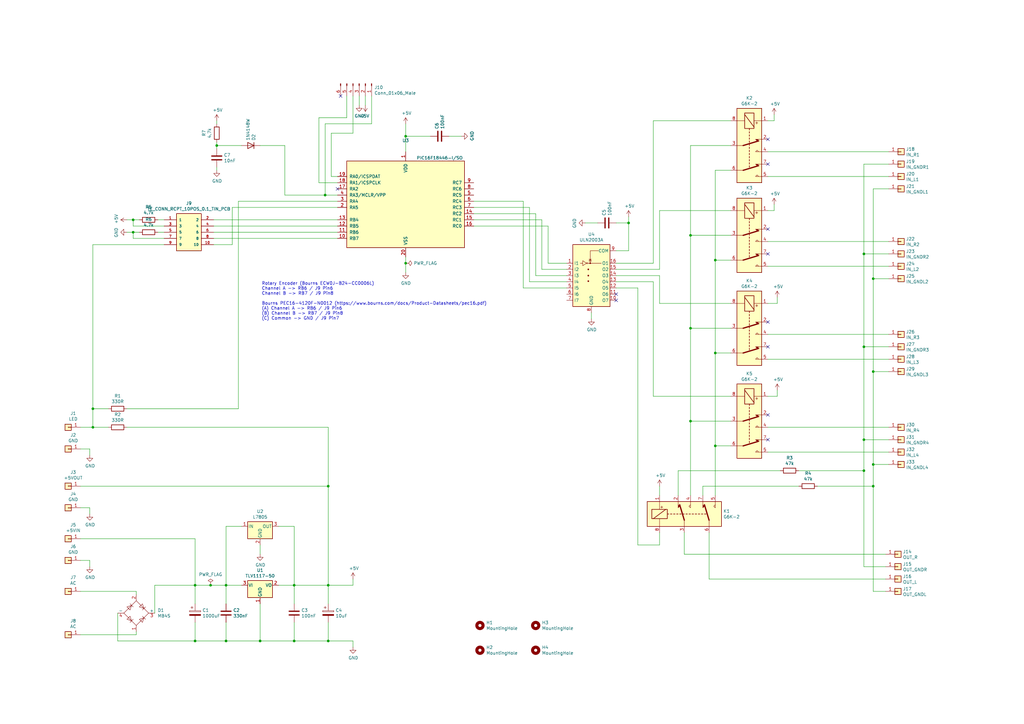
<source format=kicad_sch>
(kicad_sch (version 20211123) (generator eeschema)
  (paper "A3")
  (title_block (title "Audio Input Selector V2b") (date "2021-05-07") (rev "2b") (comment 1 "https://github.com/schenkmi/electronic-projects"))
  (lib_symbols
    (symbol "Connector:Conn_01x06_Male" (pin_names (offset 1.016) hide)
      (property "Reference" "J" (at 0 7.62 0))
      (property "Value" "Conn_01x06_Male" (at 0 -10.16 0))
      (symbol "Conn_01x06_Male_1_1"
        (polyline (pts (xy 1.27 -7.62) (xy 0.8636 -7.62)) (stroke (width 0.1524)))
        (polyline (pts (xy 1.27 -5.08) (xy 0.8636 -5.08)) (stroke (width 0.1524)))
        (polyline (pts (xy 1.27 -2.54) (xy 0.8636 -2.54)) (stroke (width 0.1524)))
        (polyline (pts (xy 1.27 0) (xy 0.8636 0)) (stroke (width 0.1524)))
        (polyline (pts (xy 1.27 2.54) (xy 0.8636 2.54)) (stroke (width 0.1524)))
        (polyline (pts (xy 1.27 5.08) (xy 0.8636 5.08)) (stroke (width 0.1524)))
        (rectangle (start 0.8636 -7.493) (end 0 -7.747) (stroke (width 0.1524)) (fill (type outline)))
        (rectangle (start 0.8636 -4.953) (end 0 -5.207) (stroke (width 0.1524)) (fill (type outline)))
        (rectangle (start 0.8636 -2.413) (end 0 -2.667) (stroke (width 0.1524)) (fill (type outline)))
        (rectangle (start 0.8636 0.127) (end 0 -0.127) (stroke (width 0.1524)) (fill (type outline)))
        (rectangle (start 0.8636 2.667) (end 0 2.413) (stroke (width 0.1524)) (fill (type outline)))
        (rectangle (start 0.8636 5.207) (end 0 4.953) (stroke (width 0.1524)) (fill (type outline)))
        (pin passive line (at 5.08 5.08 180) (length 3.81) (name "Pin_1") (number "1"))
        (pin passive line (at 5.08 2.54 180) (length 3.81) (name "Pin_2") (number "2"))
        (pin passive line (at 5.08 0 180) (length 3.81) (name "Pin_3") (number "3"))
        (pin passive line (at 5.08 -2.54 180) (length 3.81) (name "Pin_4") (number "4"))
        (pin passive line (at 5.08 -5.08 180) (length 3.81) (name "Pin_5") (number "5"))
        (pin passive line (at 5.08 -7.62 180) (length 3.81) (name "Pin_6") (number "6"))
      )
    )
    (symbol "Connector_Generic:Conn_01x01" (pin_names (offset 1.016) hide)
      (property "Reference" "J" (at 0 2.54 0))
      (property "Value" "Conn_01x01" (at 0 -2.54 0))
      (symbol "Conn_01x01_1_1"
        (rectangle (start -1.27 0.127) (end 0 -0.127) (stroke (width 0.1524)))
        (rectangle (start -1.27 1.27) (end 1.27 -1.27) (stroke (width 0.254)) (fill (type background)))
        (pin passive line (at -5.08 0 0) (length 3.81) (name "Pin_1") (number "1"))
      )
    )
    (symbol "Device:C" (pin_numbers hide) (pin_names (offset 0.254))
      (property "Reference" "C" (at 0.635 2.54 0))
      (property "Value" "C" (at 0.635 -2.54 0))
      (symbol "C_0_1"
        (polyline (pts (xy -2.032 -0.762) (xy 2.032 -0.762)) (stroke (width 0.508)))
        (polyline (pts (xy -2.032 0.762) (xy 2.032 0.762)) (stroke (width 0.508)))
      )
      (symbol "C_1_1"
        (pin passive line (at 0 3.81 270) (length 2.794) (name "~") (number "1"))
        (pin passive line (at 0 -3.81 90) (length 2.794) (name "~") (number "2"))
      )
    )
    (symbol "Device:R" (pin_numbers hide) (pin_names (offset 0))
      (property "Reference" "R" (at 2.032 0 90))
      (property "Value" "R" (at 0 0 90))
      (symbol "R_0_1"
        (rectangle (start -1.016 -2.54) (end 1.016 2.54) (stroke (width 0.254)))
      )
      (symbol "R_1_1"
        (pin passive line (at 0 3.81 270) (length 1.27) (name "~") (number "1"))
        (pin passive line (at 0 -3.81 90) (length 1.27) (name "~") (number "2"))
      )
    )
    (symbol "Diode:1N4148W" (pin_numbers hide) (pin_names (offset 1.016) hide)
      (property "Reference" "D" (at 0 2.54 0))
      (property "Value" "1N4148W" (at 0 -2.54 0))
      (symbol "1N4148W_0_1"
        (polyline (pts (xy -1.27 1.27) (xy -1.27 -1.27)) (stroke (width 0.254)))
        (polyline (pts (xy 1.27 0) (xy -1.27 0)))
        (polyline (pts (xy 1.27 1.27) (xy 1.27 -1.27) (xy -1.27 0) (xy 1.27 1.27)) (stroke (width 0.254)))
      )
      (symbol "1N4148W_1_1"
        (pin passive line (at -3.81 0 0) (length 2.54) (name "K") (number "1"))
        (pin passive line (at 3.81 0 180) (length 2.54) (name "A") (number "2"))
      )
    )
    (symbol "Diode_Bridge:MB4S" (pin_names (offset 0))
      (property "Reference" "D" (at 2.54 6.985 0))
      (property "Value" "MB4S" (at 2.54 5.08 0))
      (symbol "MB4S_0_1"
        (polyline (pts (xy -2.54 3.81) (xy -1.27 2.54)))
        (polyline (pts (xy -1.27 -2.54) (xy -2.54 -3.81)))
        (polyline (pts (xy 2.54 -1.27) (xy 3.81 -2.54)))
        (polyline (pts (xy 2.54 1.27) (xy 3.81 2.54)))
        (polyline (pts (xy -3.81 2.54) (xy -2.54 1.27) (xy -1.905 3.175) (xy -3.81 2.54)))
        (polyline (pts (xy -2.54 -1.27) (xy -3.81 -2.54) (xy -1.905 -3.175) (xy -2.54 -1.27)))
        (polyline (pts (xy 1.27 2.54) (xy 2.54 3.81) (xy 3.175 1.905) (xy 1.27 2.54)))
        (polyline (pts (xy 3.175 -1.905) (xy 1.27 -2.54) (xy 2.54 -3.81) (xy 3.175 -1.905)))
        (polyline (pts (xy -5.08 0) (xy 0 -5.08) (xy 5.08 0) (xy 0 5.08) (xy -5.08 0)))
      )
      (symbol "MB4S_1_1"
        (pin passive line (at 0 -7.62 90) (length 2.54) (name "~") (number "1"))
        (pin passive line (at 0 7.62 270) (length 2.54) (name "~") (number "2"))
        (pin passive line (at 7.62 0 180) (length 2.54) (name "+") (number "3"))
        (pin passive line (at -7.62 0 0) (length 2.54) (name "-") (number "4"))
      )
    )
    (symbol "MCU_Microchip_PIC16:PIC16F1829-IP" (pin_names (offset 1.016))
      (property "Reference" "U" (at -24.13 22.86 0))
      (property "Value" "PIC16F1829-IP" (at -24.13 20.32 0))
      (symbol "PIC16F1829-IP_0_1"
        (rectangle (start -24.13 19.05) (end 24.13 -16.51) (stroke (width 0.254)) (fill (type background)))
      )
      (symbol "PIC16F1829-IP_1_1"
        (pin power_in line (at 0 22.86 270) (length 3.81) (name "VDD") (number "1"))
        (pin bidirectional line (at -27.94 -12.7 0) (length 3.81) (name "RB7") (number "10"))
        (pin bidirectional line (at -27.94 -10.16 0) (length 3.81) (name "RB6") (number "11"))
        (pin bidirectional line (at -27.94 -7.62 0) (length 3.81) (name "RB5") (number "12"))
        (pin bidirectional line (at -27.94 -5.08 0) (length 3.81) (name "RB4") (number "13"))
        (pin bidirectional line (at 27.94 -2.54 180) (length 3.81) (name "RC2") (number "14"))
        (pin bidirectional line (at 27.94 -5.08 180) (length 3.81) (name "RC1") (number "15"))
        (pin bidirectional line (at 27.94 -7.62 180) (length 3.81) (name "RC0") (number "16"))
        (pin bidirectional line (at -27.94 7.62 0) (length 3.81) (name "RA2") (number "17"))
        (pin bidirectional line (at -27.94 10.16 0) (length 3.81) (name "RA1/ICSPCLK") (number "18"))
        (pin bidirectional line (at -27.94 12.7 0) (length 3.81) (name "RA0/ICSPDAT") (number "19"))
        (pin bidirectional line (at -27.94 0 0) (length 3.81) (name "RA5") (number "2"))
        (pin power_in line (at 0 -20.32 90) (length 3.81) (name "VSS") (number "20"))
        (pin bidirectional line (at -27.94 2.54 0) (length 3.81) (name "RA4") (number "3"))
        (pin bidirectional line (at -27.94 5.08 0) (length 3.81) (name "RA3/MCLR/VPP") (number "4"))
        (pin bidirectional line (at 27.94 5.08 180) (length 3.81) (name "RC5") (number "5"))
        (pin bidirectional line (at 27.94 2.54 180) (length 3.81) (name "RC4") (number "6"))
        (pin bidirectional line (at 27.94 0 180) (length 3.81) (name "RC3") (number "7"))
        (pin bidirectional line (at 27.94 7.62 180) (length 3.81) (name "RC6") (number "8"))
        (pin bidirectional line (at 27.94 10.16 180) (length 3.81) (name "RC7") (number "9"))
      )
    )
    (symbol "Mechanical:MountingHole" (pin_names (offset 1.016))
      (property "Reference" "H" (at 0 5.08 0))
      (property "Value" "MountingHole" (at 0 3.175 0))
      (symbol "MountingHole_0_1"
        (circle (center 0 0) (radius 1.27) (stroke (width 1.27)))
      )
    )
    (symbol "Regulator_Linear:L7805" (pin_names (offset 0.254))
      (property "Reference" "U" (at -3.81 3.175 0))
      (property "Value" "L7805" (at 0 3.175 0))
      (symbol "L7805_0_1"
        (rectangle (start -5.08 1.905) (end 5.08 -5.08) (stroke (width 0.254)) (fill (type background)))
      )
      (symbol "L7805_1_1"
        (pin power_in line (at -7.62 0 0) (length 2.54) (name "IN") (number "1"))
        (pin power_in line (at 0 -7.62 90) (length 2.54) (name "GND") (number "2"))
        (pin power_out line (at 7.62 0 180) (length 2.54) (name "OUT") (number "3"))
      )
    )
    (symbol "Regulator_Linear:TLV1117-50" (pin_names (offset 0.254))
      (property "Reference" "U" (at -3.81 3.175 0))
      (property "Value" "TLV1117-50" (at 0 3.175 0))
      (symbol "TLV1117-50_0_1"
        (rectangle (start -5.08 -5.08) (end 5.08 1.905) (stroke (width 0.254)) (fill (type background)))
      )
      (symbol "TLV1117-50_1_1"
        (pin power_in line (at 0 -7.62 90) (length 2.54) (name "GND") (number "1"))
        (pin power_out line (at 7.62 0 180) (length 2.54) (name "VO") (number "2"))
        (pin power_in line (at -7.62 0 0) (length 2.54) (name "VI") (number "3"))
      )
    )
    (symbol "Relay:G6K-2"
      (property "Reference" "K" (at 16.51 3.81 0))
      (property "Value" "G6K-2" (at 16.51 1.27 0))
      (symbol "G6K-2_0_0"
        (text "+" (at -9.271 2.921 0) (effects (font (size 1.27 1.27))))
      )
      (symbol "G6K-2_0_1"
        (rectangle (start -15.24 5.08) (end 15.24 -5.08) (stroke (width 0.254)) (fill (type background)))
        (rectangle (start -13.335 1.905) (end -6.985 -1.905) (stroke (width 0.254)))
        (polyline (pts (xy -12.7 -1.905) (xy -7.62 1.905)) (stroke (width 0.254)))
        (polyline (pts (xy -10.16 -5.08) (xy -10.16 -1.905)))
        (polyline (pts (xy -10.16 5.08) (xy -10.16 1.905)))
        (polyline (pts (xy -6.985 0) (xy -6.35 0)) (stroke (width 0.254)))
        (polyline (pts (xy -5.715 0) (xy -5.08 0)) (stroke (width 0.254)))
        (polyline (pts (xy -4.445 0) (xy -3.81 0)) (stroke (width 0.254)))
        (polyline (pts (xy -3.175 0) (xy -2.54 0)) (stroke (width 0.254)))
        (polyline (pts (xy -1.905 0) (xy -1.27 0)) (stroke (width 0.254)))
        (polyline (pts (xy -0.635 0) (xy 0 0)) (stroke (width 0.254)))
        (polyline (pts (xy 0 -2.54) (xy -1.905 3.81)) (stroke (width 0.508)))
        (polyline (pts (xy 0 -2.54) (xy 0 -5.08)))
        (polyline (pts (xy 0.635 0) (xy 1.27 0)) (stroke (width 0.254)))
        (polyline (pts (xy 1.905 0) (xy 2.54 0)) (stroke (width 0.254)))
        (polyline (pts (xy 3.175 0) (xy 3.81 0)) (stroke (width 0.254)))
        (polyline (pts (xy 4.445 0) (xy 5.08 0)) (stroke (width 0.254)))
        (polyline (pts (xy 5.715 0) (xy 6.35 0)) (stroke (width 0.254)))
        (polyline (pts (xy 6.985 0) (xy 7.62 0)) (stroke (width 0.254)))
        (polyline (pts (xy 8.255 0) (xy 8.89 0)) (stroke (width 0.254)))
        (polyline (pts (xy 10.16 -2.54) (xy 8.255 3.81)) (stroke (width 0.508)))
        (polyline (pts (xy 10.16 -2.54) (xy 10.16 -5.08)))
        (polyline (pts (xy -2.54 5.08) (xy -2.54 2.54) (xy -1.905 3.175) (xy -2.54 3.81)) (fill (type outline)))
        (polyline (pts (xy 2.54 5.08) (xy 2.54 2.54) (xy 1.905 3.175) (xy 2.54 3.81)))
        (polyline (pts (xy 7.62 5.08) (xy 7.62 2.54) (xy 8.255 3.175) (xy 7.62 3.81)) (fill (type outline)))
        (polyline (pts (xy 12.7 5.08) (xy 12.7 2.54) (xy 12.065 3.175) (xy 12.7 3.81)))
      )
      (symbol "G6K-2_1_1"
        (pin passive line (at -10.16 7.62 270) (length 2.54) (name "~") (number "1"))
        (pin passive line (at -2.54 7.62 270) (length 2.54) (name "~") (number "2"))
        (pin passive line (at 0 -7.62 90) (length 2.54) (name "~") (number "3"))
        (pin passive line (at 2.54 7.62 270) (length 2.54) (name "~") (number "4"))
        (pin passive line (at 12.7 7.62 270) (length 2.54) (name "~") (number "5"))
        (pin passive line (at 10.16 -7.62 90) (length 2.54) (name "~") (number "6"))
        (pin passive line (at 7.62 7.62 270) (length 2.54) (name "~") (number "7"))
        (pin passive line (at -10.16 -7.62 90) (length 2.54) (name "~") (number "8"))
      )
    )
    (symbol "Transistor_Array:ULN2003A"
      (property "Reference" "U" (at 0 15.875 0))
      (property "Value" "ULN2003A" (at 0 13.97 0))
      (symbol "ULN2003A_0_1"
        (rectangle (start -7.62 -12.7) (end 7.62 12.7) (stroke (width 0.254)) (fill (type background)))
        (circle (center -1.778 5.08) (radius 0.254))
        (circle (center -1.27 -2.286) (radius 0.254) (fill (type outline)))
        (circle (center -1.27 0) (radius 0.254) (fill (type outline)))
        (circle (center -1.27 2.54) (radius 0.254) (fill (type outline)))
        (circle (center -0.508 5.08) (radius 0.254) (fill (type outline)))
        (polyline (pts (xy -4.572 5.08) (xy -3.556 5.08)))
        (polyline (pts (xy -1.524 5.08) (xy 4.064 5.08)))
        (polyline (pts (xy 0 6.731) (xy -1.016 6.731)))
        (polyline (pts (xy -0.508 5.08) (xy -0.508 10.16) (xy 2.921 10.16)))
        (polyline (pts (xy -3.556 6.096) (xy -3.556 4.064) (xy -2.032 5.08) (xy -3.556 6.096)))
        (polyline (pts (xy 0 5.969) (xy -1.016 5.969) (xy -0.508 6.731) (xy 0 5.969)))
      )
      (symbol "ULN2003A_1_1"
        (pin input line (at -10.16 5.08 0) (length 2.54) (name "I1") (number "1"))
        (pin open_collector line (at 10.16 -10.16 180) (length 2.54) (name "O7") (number "10"))
        (pin open_collector line (at 10.16 -7.62 180) (length 2.54) (name "O6") (number "11"))
        (pin open_collector line (at 10.16 -5.08 180) (length 2.54) (name "O5") (number "12"))
        (pin open_collector line (at 10.16 -2.54 180) (length 2.54) (name "O4") (number "13"))
        (pin open_collector line (at 10.16 0 180) (length 2.54) (name "O3") (number "14"))
        (pin open_collector line (at 10.16 2.54 180) (length 2.54) (name "O2") (number "15"))
        (pin open_collector line (at 10.16 5.08 180) (length 2.54) (name "O1") (number "16"))
        (pin input line (at -10.16 2.54 0) (length 2.54) (name "I2") (number "2"))
        (pin input line (at -10.16 0 0) (length 2.54) (name "I3") (number "3"))
        (pin input line (at -10.16 -2.54 0) (length 2.54) (name "I4") (number "4"))
        (pin input line (at -10.16 -5.08 0) (length 2.54) (name "I5") (number "5"))
        (pin input line (at -10.16 -7.62 0) (length 2.54) (name "I6") (number "6"))
        (pin input line (at -10.16 -10.16 0) (length 2.54) (name "I7") (number "7"))
        (pin power_in line (at 0 -15.24 90) (length 2.54) (name "GND") (number "8"))
        (pin passive line (at 10.16 10.16 180) (length 2.54) (name "COM") (number "9"))
      )
    )
    (symbol "input-sel-rescue:CP-Device" (pin_numbers hide) (pin_names (offset 0.254))
      (property "Reference" "C" (at 0.635 2.54 0))
      (property "Value" "CP-Device" (at 0.635 -2.54 0))
      (symbol "CP-Device_0_1"
        (rectangle (start -2.286 0.508) (end 2.286 1.016))
        (polyline (pts (xy -1.778 2.286) (xy -0.762 2.286)))
        (polyline (pts (xy -1.27 2.794) (xy -1.27 1.778)))
        (rectangle (start 2.286 -0.508) (end -2.286 -1.016) (fill (type outline)))
      )
      (symbol "CP-Device_1_1"
        (pin passive line (at 0 3.81 270) (length 2.794) (name "~") (number "1"))
        (pin passive line (at 0 -3.81 90) (length 2.794) (name "~") (number "2"))
      )
    )
    (symbol "kicad-snk:TE_CONN_RCPT_10POS_0.1_TIN_PCB" (pin_names (offset 1.016))
      (property "Reference" "J" (at -5.08 8.255 0))
      (property "Value" "TE_CONN_RCPT_10POS_0.1_TIN_PCB" (at -5.08 -10.1854 0))
      (symbol "TE_CONN_RCPT_10POS_0.1_TIN_PCB_0_0"
        (rectangle (start -5.08 -7.62) (end 5.08 7.62) (stroke (width 0.254)) (fill (type background)))
        (pin passive line (at -10.16 5.08 0) (length 5.08) (name "1") (number "1"))
        (pin passive line (at 10.16 -5.08 180) (length 5.08) (name "10") (number "10"))
        (pin passive line (at 10.16 5.08 180) (length 5.08) (name "2") (number "2"))
        (pin passive line (at -10.16 2.54 0) (length 5.08) (name "3") (number "3"))
        (pin passive line (at 10.16 2.54 180) (length 5.08) (name "4") (number "4"))
        (pin passive line (at -10.16 0 0) (length 5.08) (name "5") (number "5"))
        (pin passive line (at 10.16 0 180) (length 5.08) (name "6") (number "6"))
        (pin passive line (at -10.16 -2.54 0) (length 5.08) (name "7") (number "7"))
        (pin passive line (at 10.16 -2.54 180) (length 5.08) (name "8") (number "8"))
        (pin passive line (at -10.16 -5.08 0) (length 5.08) (name "9") (number "9"))
      )
    )
    (symbol "power:+5V" (power) (pin_names (offset 0))
      (property "Value" "+5V" (at 0 3.556 0))
      (symbol "+5V_0_1"
        (polyline (pts (xy -0.762 1.27) (xy 0 2.54)))
        (polyline (pts (xy 0 0) (xy 0 2.54)))
        (polyline (pts (xy 0 2.54) (xy 0.762 1.27)))
      )
      (symbol "+5V_1_1"
        (pin power_in line (at 0 0 90) (length 0) hide (name "+5V") (number "1"))
      )
    )
    (symbol "power:GND" (power) (pin_names (offset 0))
      (property "Value" "GND" (at 0 -3.81 0))
      (symbol "GND_0_1"
        (polyline (pts (xy 0 0) (xy 0 -1.27) (xy 1.27 -1.27) (xy 0 -2.54) (xy -1.27 -1.27) (xy 0 -1.27)))
      )
      (symbol "GND_1_1"
        (pin power_in line (at 0 0 270) (length 0) hide (name "GND") (number "1"))
      )
    )
    (symbol "power:PWR_FLAG" (power) (pin_numbers hide) (pin_names (offset 0) hide)
      (property "Value" "PWR_FLAG" (at 0 3.81 0))
      (symbol "PWR_FLAG_0_0"
        (pin power_out line (at 0 0 90) (length 0) (name "pwr") (number "1"))
      )
      (symbol "PWR_FLAG_0_1"
        (polyline (pts (xy 0 0) (xy 0 1.27) (xy -1.016 1.905) (xy 0 2.54) (xy 1.016 1.905) (xy 0 1.27)))
      )
    )
  )
  (junction (at 86.36 240.03))
  (junction (at 120.65 262.89))
  (junction (at 354.33 193.04))
  (junction (at 293.37 182.88))
  (junction (at 166.37 107.95))
  (junction (at 358.14 190.5))
  (junction (at 38.1 167.64))
  (junction (at 354.33 180.34))
  (junction (at 358.14 199.39))
  (junction (at 88.9 59.69))
  (junction (at 38.1 175.26))
  (junction (at 80.01 240.03))
  (junction (at 134.62 240.03))
  (junction (at 133.35 80.01))
  (junction (at 120.65 240.03))
  (junction (at 80.01 262.89))
  (junction (at 92.71 262.89))
  (junction (at 134.62 199.39))
  (junction (at 283.21 96.52))
  (junction (at 354.33 104.14))
  (junction (at 166.37 55.88))
  (junction (at 358.14 152.4))
  (junction (at 283.21 134.62))
  (junction (at 92.71 240.03))
  (junction (at 293.37 106.68))
  (junction (at 283.21 172.72))
  (junction (at 293.37 144.78))
  (junction (at 134.62 262.89))
  (junction (at 257.81 91.44))
  (junction (at 54.61 95.25))
  (junction (at 106.68 262.89))
  (junction (at 354.33 142.24))
  (junction (at 54.61 90.17))
  (junction (at 358.14 114.3))
  (no_connect (at 252.73 123.19))
  (no_connect (at 314.96 142.24))
  (no_connect (at 139.7 39.37))
  (no_connect (at 314.96 180.34))
  (no_connect (at 252.73 120.65))
  (no_connect (at 314.96 57.15))
  (no_connect (at 314.96 67.31))
  (no_connect (at 314.96 93.98))
  (no_connect (at 314.96 104.14))
  (no_connect (at 314.96 170.18))
  (no_connect (at 314.96 132.08))
  (no_connect (at 138.43 77.47))
  (wire (pts (xy 97.79 167.64) (xy 52.07 167.64)))
  (wire (pts (xy 252.73 115.57) (xy 267.97 115.57)))
  (wire (pts (xy 222.25 110.49) (xy 222.25 90.17)))
  (wire (pts (xy 252.73 113.03) (xy 270.51 113.03)))
  (wire (pts (xy 138.43 97.79) (xy 87.63 97.79)))
  (wire (pts (xy 327.66 199.39) (xy 288.29 199.39)))
  (wire (pts (xy 317.5 86.36) (xy 317.5 83.82)))
  (wire (pts (xy 283.21 134.62) (xy 283.21 96.52)))
  (wire (pts (xy 267.97 107.95) (xy 267.97 49.53)))
  (wire (pts (xy 354.33 104.14) (xy 354.33 142.24)))
  (wire (pts (xy 55.88 242.57) (xy 55.88 243.84)))
  (wire (pts (xy 270.51 203.2) (xy 270.51 199.39)))
  (wire (pts (xy 358.14 114.3) (xy 358.14 77.47)))
  (wire (pts (xy 38.1 100.33) (xy 67.31 100.33)))
  (wire (pts (xy 54.61 92.71) (xy 54.61 90.17)))
  (wire (pts (xy 67.31 92.71) (xy 54.61 92.71)))
  (wire (pts (xy 88.9 60.96) (xy 88.9 59.69)))
  (wire (pts (xy 364.49 147.32) (xy 314.96 147.32)))
  (wire (pts (xy 358.14 152.4) (xy 364.49 152.4)))
  (wire (pts (xy 267.97 115.57) (xy 267.97 162.56)))
  (wire (pts (xy 217.17 85.09) (xy 194.31 85.09)))
  (wire (pts (xy 106.68 262.89) (xy 92.71 262.89)))
  (wire (pts (xy 283.21 59.69) (xy 299.72 59.69)))
  (wire (pts (xy 134.62 262.89) (xy 120.65 262.89)))
  (wire (pts (xy 283.21 172.72) (xy 283.21 203.2)))
  (wire (pts (xy 120.65 240.03) (xy 120.65 215.9)))
  (wire (pts (xy 293.37 182.88) (xy 293.37 144.78)))
  (wire (pts (xy 116.84 59.69) (xy 106.68 59.69)))
  (wire (pts (xy 92.71 215.9) (xy 92.71 240.03)))
  (wire (pts (xy 92.71 247.65) (xy 92.71 240.03)))
  (wire (pts (xy 176.53 55.88) (xy 166.37 55.88)))
  (wire (pts (xy 293.37 106.68) (xy 293.37 69.85)))
  (wire (pts (xy 252.73 102.87) (xy 257.81 102.87)))
  (wire (pts (xy 166.37 107.95) (xy 166.37 105.41)))
  (wire (pts (xy 114.3 240.03) (xy 120.65 240.03)))
  (wire (pts (xy 64.77 90.17) (xy 67.31 90.17)))
  (wire (pts (xy 106.68 247.65) (xy 106.68 262.89)))
  (wire (pts (xy 134.62 175.26) (xy 134.62 199.39)))
  (wire (pts (xy 232.41 110.49) (xy 222.25 110.49)))
  (wire (pts (xy 283.21 134.62) (xy 299.72 134.62)))
  (wire (pts (xy 363.22 237.49) (xy 290.83 237.49)))
  (wire (pts (xy 358.14 190.5) (xy 358.14 199.39)))
  (wire (pts (xy 92.71 240.03) (xy 99.06 240.03)))
  (wire (pts (xy 224.79 92.71) (xy 194.31 92.71)))
  (wire (pts (xy 257.81 91.44) (xy 257.81 102.87)))
  (wire (pts (xy 138.43 90.17) (xy 87.63 90.17)))
  (wire (pts (xy 95.25 85.09) (xy 95.25 100.33)))
  (wire (pts (xy 358.14 190.5) (xy 358.14 152.4)))
  (wire (pts (xy 232.41 113.03) (xy 219.71 113.03)))
  (wire (pts (xy 290.83 237.49) (xy 290.83 218.44)))
  (wire (pts (xy 54.61 90.17) (xy 57.15 90.17)))
  (wire (pts (xy 36.83 232.41) (xy 36.83 229.87)))
  (wire (pts (xy 252.73 107.95) (xy 267.97 107.95)))
  (wire (pts (xy 364.49 175.26) (xy 314.96 175.26)))
  (wire (pts (xy 364.49 185.42) (xy 314.96 185.42)))
  (wire (pts (xy 280.67 227.33) (xy 280.67 218.44)))
  (wire (pts (xy 184.15 55.88) (xy 189.23 55.88)))
  (wire (pts (xy 144.78 240.03) (xy 134.62 240.03)))
  (wire (pts (xy 320.04 193.04) (xy 278.13 193.04)))
  (wire (pts (xy 138.43 72.39) (xy 135.89 72.39)))
  (wire (pts (xy 358.14 152.4) (xy 358.14 114.3)))
  (wire (pts (xy 133.35 80.01) (xy 116.84 80.01)))
  (wire (pts (xy 63.5 240.03) (xy 63.5 251.46)))
  (wire (pts (xy 87.63 92.71) (xy 138.43 92.71)))
  (wire (pts (xy 138.43 82.55) (xy 97.79 82.55)))
  (wire (pts (xy 67.31 95.25) (xy 64.77 95.25)))
  (wire (pts (xy 288.29 199.39) (xy 288.29 203.2)))
  (wire (pts (xy 270.51 124.46) (xy 299.72 124.46)))
  (wire (pts (xy 134.62 255.27) (xy 134.62 262.89)))
  (wire (pts (xy 92.71 240.03) (xy 86.36 240.03)))
  (wire (pts (xy 358.14 199.39) (xy 358.14 242.57)))
  (wire (pts (xy 222.25 90.17) (xy 194.31 90.17)))
  (wire (pts (xy 214.63 118.11) (xy 214.63 82.55)))
  (wire (pts (xy 232.41 115.57) (xy 217.17 115.57)))
  (wire (pts (xy 232.41 107.95) (xy 224.79 107.95)))
  (wire (pts (xy 364.49 109.22) (xy 314.96 109.22)))
  (wire (pts (xy 116.84 80.01) (xy 116.84 59.69)))
  (wire (pts (xy 67.31 97.79) (xy 54.61 97.79)))
  (wire (pts (xy 147.32 43.18) (xy 147.32 39.37)))
  (wire (pts (xy 261.62 118.11) (xy 252.73 118.11)))
  (wire (pts (xy 299.72 182.88) (xy 293.37 182.88)))
  (wire (pts (xy 364.49 67.31) (xy 354.33 67.31)))
  (wire (pts (xy 133.35 80.01) (xy 133.35 50.8)))
  (wire (pts (xy 261.62 223.52) (xy 261.62 118.11)))
  (wire (pts (xy 252.73 91.44) (xy 257.81 91.44)))
  (wire (pts (xy 80.01 247.65) (xy 80.01 240.03)))
  (wire (pts (xy 152.4 50.8) (xy 152.4 39.37)))
  (wire (pts (xy 364.49 190.5) (xy 358.14 190.5)))
  (wire (pts (xy 364.49 72.39) (xy 314.96 72.39)))
  (wire (pts (xy 33.02 242.57) (xy 55.88 242.57)))
  (wire (pts (xy 36.83 229.87) (xy 33.02 229.87)))
  (wire (pts (xy 135.89 54.61) (xy 144.78 54.61)))
  (wire (pts (xy 38.1 167.64) (xy 38.1 175.26)))
  (wire (pts (xy 144.78 262.89) (xy 134.62 262.89)))
  (wire (pts (xy 314.96 86.36) (xy 317.5 86.36)))
  (wire (pts (xy 217.17 115.57) (xy 217.17 85.09)))
  (wire (pts (xy 134.62 199.39) (xy 33.02 199.39)))
  (wire (pts (xy 354.33 67.31) (xy 354.33 104.14)))
  (wire (pts (xy 38.1 175.26) (xy 44.45 175.26)))
  (wire (pts (xy 106.68 227.33) (xy 106.68 223.52)))
  (wire (pts (xy 232.41 118.11) (xy 214.63 118.11)))
  (wire (pts (xy 364.49 137.16) (xy 314.96 137.16)))
  (wire (pts (xy 33.02 175.26) (xy 38.1 175.26)))
  (wire (pts (xy 38.1 167.64) (xy 38.1 100.33)))
  (wire (pts (xy 134.62 247.65) (xy 134.62 240.03)))
  (wire (pts (xy 130.81 74.93) (xy 130.81 48.26)))
  (wire (pts (xy 166.37 111.76) (xy 166.37 107.95)))
  (wire (pts (xy 134.62 240.03) (xy 120.65 240.03)))
  (wire (pts (xy 36.83 186.69) (xy 36.83 184.15)))
  (wire (pts (xy 363.22 227.33) (xy 280.67 227.33)))
  (wire (pts (xy 335.28 199.39) (xy 358.14 199.39)))
  (wire (pts (xy 354.33 193.04) (xy 354.33 232.41)))
  (wire (pts (xy 138.43 85.09) (xy 95.25 85.09)))
  (wire (pts (xy 92.71 255.27) (xy 92.71 262.89)))
  (wire (pts (xy 97.79 82.55) (xy 97.79 167.64)))
  (wire (pts (xy 57.15 95.25) (xy 54.61 95.25)))
  (wire (pts (xy 142.24 48.26) (xy 142.24 39.37)))
  (wire (pts (xy 318.77 124.46) (xy 318.77 121.92)))
  (wire (pts (xy 135.89 72.39) (xy 135.89 54.61)))
  (wire (pts (xy 283.21 96.52) (xy 283.21 59.69)))
  (wire (pts (xy 144.78 265.43) (xy 144.78 262.89)))
  (wire (pts (xy 283.21 172.72) (xy 283.21 134.62)))
  (wire (pts (xy 86.36 240.03) (xy 80.01 240.03)))
  (wire (pts (xy 314.96 49.53) (xy 317.5 49.53)))
  (wire (pts (xy 36.83 208.28) (xy 33.02 208.28)))
  (wire (pts (xy 54.61 97.79) (xy 54.61 95.25)))
  (wire (pts (xy 138.43 95.25) (xy 87.63 95.25)))
  (wire (pts (xy 299.72 172.72) (xy 283.21 172.72)))
  (wire (pts (xy 138.43 80.01) (xy 133.35 80.01)))
  (wire (pts (xy 267.97 162.56) (xy 299.72 162.56)))
  (wire (pts (xy 52.07 175.26) (xy 134.62 175.26)))
  (wire (pts (xy 242.57 130.81) (xy 242.57 128.27)))
  (wire (pts (xy 134.62 240.03) (xy 134.62 199.39)))
  (wire (pts (xy 138.43 74.93) (xy 130.81 74.93)))
  (wire (pts (xy 327.66 193.04) (xy 354.33 193.04)))
  (wire (pts (xy 55.88 260.35) (xy 55.88 259.08)))
  (wire (pts (xy 99.06 59.69) (xy 88.9 59.69)))
  (wire (pts (xy 95.25 100.33) (xy 87.63 100.33)))
  (wire (pts (xy 33.02 260.35) (xy 55.88 260.35)))
  (wire (pts (xy 88.9 59.69) (xy 88.9 58.42)))
  (wire (pts (xy 293.37 144.78) (xy 293.37 106.68)))
  (wire (pts (xy 240.03 91.44) (xy 245.11 91.44)))
  (wire (pts (xy 80.01 220.98) (xy 80.01 240.03)))
  (wire (pts (xy 314.96 124.46) (xy 318.77 124.46)))
  (wire (pts (xy 88.9 69.85) (xy 88.9 68.58)))
  (wire (pts (xy 120.65 262.89) (xy 106.68 262.89)))
  (wire (pts (xy 363.22 232.41) (xy 354.33 232.41)))
  (wire (pts (xy 354.33 180.34) (xy 354.33 193.04)))
  (wire (pts (xy 358.14 114.3) (xy 364.49 114.3)))
  (wire (pts (xy 120.65 247.65) (xy 120.65 240.03)))
  (wire (pts (xy 99.06 215.9) (xy 92.71 215.9)))
  (wire (pts (xy 293.37 69.85) (xy 299.72 69.85)))
  (wire (pts (xy 88.9 50.8) (xy 88.9 49.53)))
  (wire (pts (xy 358.14 77.47) (xy 364.49 77.47)))
  (wire (pts (xy 283.21 96.52) (xy 299.72 96.52)))
  (wire (pts (xy 278.13 193.04) (xy 278.13 203.2)))
  (wire (pts (xy 224.79 107.95) (xy 224.79 92.71)))
  (wire (pts (xy 219.71 87.63) (xy 194.31 87.63)))
  (wire (pts (xy 130.81 48.26) (xy 142.24 48.26)))
  (wire (pts (xy 270.51 86.36) (xy 299.72 86.36)))
  (wire (pts (xy 52.07 90.17) (xy 54.61 90.17)))
  (wire (pts (xy 354.33 142.24) (xy 364.49 142.24)))
  (wire (pts (xy 219.71 113.03) (xy 219.71 87.63)))
  (wire (pts (xy 318.77 162.56) (xy 318.77 160.02)))
  (wire (pts (xy 270.51 110.49) (xy 270.51 86.36)))
  (wire (pts (xy 144.78 237.49) (xy 144.78 240.03)))
  (wire (pts (xy 257.81 88.9) (xy 257.81 91.44)))
  (wire (pts (xy 48.26 262.89) (xy 80.01 262.89)))
  (wire (pts (xy 270.51 218.44) (xy 270.51 223.52)))
  (wire (pts (xy 33.02 220.98) (xy 80.01 220.98)))
  (wire (pts (xy 317.5 49.53) (xy 317.5 46.99)))
  (wire (pts (xy 252.73 110.49) (xy 270.51 110.49)))
  (wire (pts (xy 133.35 50.8) (xy 152.4 50.8)))
  (wire (pts (xy 267.97 49.53) (xy 299.72 49.53)))
  (wire (pts (xy 358.14 242.57) (xy 363.22 242.57)))
  (wire (pts (xy 293.37 144.78) (xy 299.72 144.78)))
  (wire (pts (xy 354.33 142.24) (xy 354.33 180.34)))
  (wire (pts (xy 92.71 262.89) (xy 80.01 262.89)))
  (wire (pts (xy 293.37 182.88) (xy 293.37 203.2)))
  (wire (pts (xy 166.37 50.8) (xy 166.37 55.88)))
  (wire (pts (xy 54.61 95.25) (xy 52.07 95.25)))
  (wire (pts (xy 48.26 251.46) (xy 48.26 262.89)))
  (wire (pts (xy 293.37 106.68) (xy 299.72 106.68)))
  (wire (pts (xy 36.83 184.15) (xy 33.02 184.15)))
  (wire (pts (xy 149.86 43.18) (xy 149.86 39.37)))
  (wire (pts (xy 120.65 255.27) (xy 120.65 262.89)))
  (wire (pts (xy 36.83 210.82) (xy 36.83 208.28)))
  (wire (pts (xy 44.45 167.64) (xy 38.1 167.64)))
  (wire (pts (xy 314.96 162.56) (xy 318.77 162.56)))
  (wire (pts (xy 314.96 62.23) (xy 364.49 62.23)))
  (wire (pts (xy 270.51 113.03) (xy 270.51 124.46)))
  (wire (pts (xy 364.49 99.06) (xy 314.96 99.06)))
  (wire (pts (xy 144.78 54.61) (xy 144.78 39.37)))
  (wire (pts (xy 120.65 215.9) (xy 114.3 215.9)))
  (wire (pts (xy 80.01 262.89) (xy 80.01 255.27)))
  (wire (pts (xy 80.01 240.03) (xy 63.5 240.03)))
  (wire (pts (xy 270.51 223.52) (xy 261.62 223.52)))
  (wire (pts (xy 166.37 55.88) (xy 166.37 62.23)))
  (wire (pts (xy 354.33 180.34) (xy 364.49 180.34)))
  (wire (pts (xy 214.63 82.55) (xy 194.31 82.55)))
  (wire (pts (xy 354.33 104.14) (xy 364.49 104.14)))
  (text "Rotary Encoder (Bourns ECW0J-B24-CC0006L)\nChannel A -> RB6 / J9 Pin6\nChannel B -> RB7 / J9 Pin8\n\nBourns PEC16-4120F-N0012 (https://www.bourns.com/docs/Product-Datasheets/pec16.pdf)\n(A) Channel A -> RB6 / J9 Pin6\n(B) Channel B -> RB7 / J9 Pin8\n(C) Common -> GND / J9 Pin7" (at 107.315 131.445 0) (effects (font (size 1.27 1.27)) (justify left bottom)))
  (symbol (lib_id "Mechanical:MountingHole") (at 196.85 256.54 0) (unit 1)
    (property "Reference" "H1" (at 199.39 255.3716 0) (effects (justify left)))
    (property "Value" "MountingHole" (at 199.39 257.683 0) (effects (justify left)))
    (property "Footprint" "MountingHole:MountingHole_3.2mm_M3" (effects hide))
  )
  (symbol (lib_id "Mechanical:MountingHole") (at 219.71 256.54 0) (unit 1)
    (property "Reference" "H3" (at 222.25 255.3716 0) (effects (justify left)))
    (property "Value" "MountingHole" (at 222.25 257.683 0) (effects (justify left)))
    (property "Footprint" "MountingHole:MountingHole_3.2mm_M3" (effects hide))
  )
  (symbol (lib_id "Mechanical:MountingHole") (at 196.85 266.7 0) (unit 1)
    (property "Reference" "H2" (at 199.39 265.5316 0) (effects (justify left)))
    (property "Value" "MountingHole" (at 199.39 267.843 0) (effects (justify left)))
    (property "Footprint" "MountingHole:MountingHole_3.2mm_M3" (effects hide))
  )
  (symbol (lib_id "Mechanical:MountingHole") (at 219.71 266.7 0) (unit 1)
    (property "Reference" "H4" (at 222.25 265.5316 0) (effects (justify left)))
    (property "Value" "MountingHole" (at 222.25 267.843 0) (effects (justify left)))
    (property "Footprint" "MountingHole:MountingHole_3.2mm_M3" (effects hide))
  )
  (symbol (lib_id "MCU_Microchip_PIC16:PIC16F1829-IP") (at 166.37 85.09 0) (unit 1)
    (property "Reference" "U3" (at 166.37 57.6326 0))
    (property "Value" "PIC16F18446-I/SO" (at 180.34 64.77 0))
    (property "Footprint" "Package_SO:SOP-20_7.5x12.8mm_P1.27mm" (effects hide))
    (property "Datasheet" "http://ww1.microchip.com/downloads/en/DeviceDoc/41440C.pdf" (effects hide))
  )
  (symbol (lib_id "Relay:G6K-2") (at 307.34 59.69 270) (unit 1)
    (property "Reference" "K2" (at 307.34 40.2082 90))
    (property "Value" "G6K-2" (at 307.34 42.5196 90))
    (property "Footprint" "Relay_SMD:Relay_DPDT_Omron_G6K-2F" (effects hide))
    (property "Datasheet" "http://omronfs.omron.com/en_US/ecb/products/pdf/en-g6k.pdf" (effects hide))
  )
  (symbol (lib_id "Transistor_Array:ULN2003A") (at 242.57 113.03 0) (unit 1)
    (property "Reference" "U4" (at 242.57 96.0882 0))
    (property "Value" "ULN2003A" (at 242.57 98.3996 0))
    (property "Footprint" "Package_SO:SOIC-16_3.9x9.9mm_P1.27mm" (effects hide))
    (property "Datasheet" "http://www.ti.com/lit/ds/symlink/uln2003a.pdf" (effects hide))
  )
  (symbol (lib_id "Device:R") (at 48.26 175.26 270) (unit 1)
    (property "Reference" "R2" (at 48.26 170.0022 90))
    (property "Value" "330R" (at 48.26 172.3136 90))
    (property "Footprint" "Resistor_SMD:R_0805_2012Metric_Pad1.20x1.40mm_HandSolder" (effects hide))
  )
  (symbol (lib_id "Connector:Conn_01x06_Male") (at 147.32 34.29 270) (unit 1)
    (property "Reference" "J10" (at 153.5176 35.8648 90) (effects (justify left)))
    (property "Value" "Conn_01x06_Male" (at 153.5176 38.1762 90) (effects (justify left)))
    (property "Footprint" "Connector_PinHeader_2.54mm:PinHeader_1x06_P2.54mm_Vertical" (effects hide))
  )
  (symbol (lib_id "power:GND") (at 147.32 43.18 0) (unit 1)
    (property "Reference" "#PWR0101" (effects hide))
    (property "Value" "GND" (at 147.447 47.5742 0))
  )
  (symbol (lib_id "power:+5V") (at 166.37 50.8 0) (unit 1)
    (property "Reference" "#PWR0102" (effects hide))
    (property "Value" "+5V" (at 166.751 46.4058 0))
  )
  (symbol (lib_id "power:+5V") (at 149.86 43.18 180) (unit 1)
    (property "Reference" "#PWR0103" (effects hide))
    (property "Value" "+5V" (at 149.479 47.5742 0))
  )
  (symbol (lib_id "Relay:G6K-2") (at 307.34 96.52 270) (unit 1)
    (property "Reference" "K3" (at 307.34 77.0382 90))
    (property "Value" "G6K-2" (at 307.34 79.3496 90))
    (property "Footprint" "Relay_SMD:Relay_DPDT_Omron_G6K-2F" (effects hide))
    (property "Datasheet" "http://omronfs.omron.com/en_US/ecb/products/pdf/en-g6k.pdf" (effects hide))
  )
  (symbol (lib_id "Relay:G6K-2") (at 307.34 134.62 270) (unit 1)
    (property "Reference" "K4" (at 307.34 115.1382 90))
    (property "Value" "G6K-2" (at 307.34 117.4496 90))
    (property "Footprint" "Relay_SMD:Relay_DPDT_Omron_G6K-2F" (effects hide))
    (property "Datasheet" "http://omronfs.omron.com/en_US/ecb/products/pdf/en-g6k.pdf" (effects hide))
  )
  (symbol (lib_id "Relay:G6K-2") (at 307.34 172.72 270) (unit 1)
    (property "Reference" "K5" (at 307.34 153.2382 90))
    (property "Value" "G6K-2" (at 307.34 155.5496 90))
    (property "Footprint" "Relay_SMD:Relay_DPDT_Omron_G6K-2F" (effects hide))
    (property "Datasheet" "http://omronfs.omron.com/en_US/ecb/products/pdf/en-g6k.pdf" (effects hide))
  )
  (symbol (lib_id "Relay:G6K-2") (at 280.67 210.82 0) (unit 1)
    (property "Reference" "K1" (at 296.672 209.6516 0) (effects (justify left)))
    (property "Value" "G6K-2" (at 296.672 211.963 0) (effects (justify left)))
    (property "Footprint" "Relay_SMD:Relay_DPDT_Omron_G6K-2F" (effects hide))
    (property "Datasheet" "http://omronfs.omron.com/en_US/ecb/products/pdf/en-g6k.pdf" (effects hide))
  )
  (symbol (lib_id "input-sel-rescue:CP-Device") (at 80.01 251.46 0) (unit 1)
    (property "Reference" "C1" (at 83.0072 250.2916 0) (effects (justify left)))
    (property "Value" "1000uF" (at 83.0072 252.603 0) (effects (justify left)))
    (property "Footprint" "Capacitor_THT:CP_Radial_D12.5mm_P5.00mm" (effects hide))
  )
  (symbol (lib_id "Device:C") (at 120.65 251.46 0) (unit 1)
    (property "Reference" "C3" (at 123.571 250.2916 0) (effects (justify left)))
    (property "Value" "100nF" (at 123.571 252.603 0) (effects (justify left)))
    (property "Footprint" "Capacitor_SMD:C_0805_2012Metric_Pad1.18x1.45mm_HandSolder" (effects hide))
  )
  (symbol (lib_id "Device:C") (at 92.71 251.46 0) (unit 1)
    (property "Reference" "C2" (at 95.631 250.2916 0) (effects (justify left)))
    (property "Value" "330nF" (at 95.631 252.603 0) (effects (justify left)))
    (property "Footprint" "Capacitor_SMD:C_0805_2012Metric_Pad1.18x1.45mm_HandSolder" (effects hide))
  )
  (symbol (lib_id "Connector_Generic:Conn_01x01") (at 27.94 260.35 180) (unit 1)
    (property "Reference" "J8" (at 30.0228 254.635 0))
    (property "Value" "AC" (at 30.0228 256.9464 0))
    (property "Footprint" "Connector_Pin:Pin_D1.0mm_L10.0mm" (effects hide))
  )
  (symbol (lib_id "Connector_Generic:Conn_01x01") (at 27.94 242.57 180) (unit 1)
    (property "Reference" "J7" (at 30.0228 236.855 0))
    (property "Value" "AC" (at 30.0228 239.1664 0))
    (property "Footprint" "Connector_Pin:Pin_D1.0mm_L10.0mm" (effects hide))
  )
  (symbol (lib_id "Connector_Generic:Conn_01x01") (at 27.94 229.87 180) (unit 1)
    (property "Reference" "J6" (at 30.0228 224.155 0))
    (property "Value" "GND" (at 30.0228 226.4664 0))
    (property "Footprint" "Connector_Pin:Pin_D1.0mm_L10.0mm" (effects hide))
  )
  (symbol (lib_id "Connector_Generic:Conn_01x01") (at 27.94 220.98 180) (unit 1)
    (property "Reference" "J5" (at 30.0228 215.265 0))
    (property "Value" "+5VIN" (at 30.0228 217.5764 0))
    (property "Footprint" "Connector_Pin:Pin_D1.0mm_L10.0mm" (effects hide))
  )
  (symbol (lib_id "Device:R") (at 48.26 167.64 270) (unit 1)
    (property "Reference" "R1" (at 48.26 162.3822 90))
    (property "Value" "330R" (at 48.26 164.6936 90))
    (property "Footprint" "Resistor_SMD:R_0805_2012Metric_Pad1.20x1.40mm_HandSolder" (effects hide))
  )
  (symbol (lib_id "Connector_Generic:Conn_01x01") (at 27.94 184.15 180) (unit 1)
    (property "Reference" "J2" (at 30.0228 178.435 0))
    (property "Value" "GND" (at 30.0228 180.7464 0))
    (property "Footprint" "Connector_Pin:Pin_D1.0mm_L10.0mm" (effects hide))
  )
  (symbol (lib_id "Connector_Generic:Conn_01x01") (at 27.94 175.26 180) (unit 1)
    (property "Reference" "J1" (at 30.0228 169.545 0))
    (property "Value" "LED" (at 30.0228 171.8564 0))
    (property "Footprint" "Connector_Pin:Pin_D1.0mm_L10.0mm" (effects hide))
  )
  (symbol (lib_id "power:GND") (at 36.83 232.41 0) (unit 1)
    (property "Reference" "#PWR0104" (effects hide))
    (property "Value" "GND" (at 36.957 236.8042 0))
  )
  (symbol (lib_id "power:+5V") (at 144.78 237.49 0) (unit 1)
    (property "Reference" "#PWR0106" (effects hide))
    (property "Value" "+5V" (at 145.161 233.0958 0))
  )
  (symbol (lib_id "power:GND") (at 144.78 265.43 0) (unit 1)
    (property "Reference" "#PWR0107" (effects hide))
    (property "Value" "GND" (at 144.907 269.8242 0))
  )
  (symbol (lib_id "Connector_Generic:Conn_01x01") (at 27.94 208.28 180) (unit 1)
    (property "Reference" "J4" (at 30.0228 202.565 0))
    (property "Value" "GND" (at 30.0228 204.8764 0))
    (property "Footprint" "Connector_Pin:Pin_D1.0mm_L10.0mm" (effects hide))
  )
  (symbol (lib_id "Connector_Generic:Conn_01x01") (at 27.94 199.39 180) (unit 1)
    (property "Reference" "J3" (at 30.0228 193.675 0))
    (property "Value" "+5VOUT" (at 30.0228 195.9864 0))
    (property "Footprint" "Connector_Pin:Pin_D1.0mm_L10.0mm" (effects hide))
  )
  (symbol (lib_id "power:GND") (at 36.83 210.82 0) (unit 1)
    (property "Reference" "#PWR0108" (effects hide))
    (property "Value" "GND" (at 36.957 215.2142 0))
  )
  (symbol (lib_id "power:GND") (at 36.83 186.69 0) (unit 1)
    (property "Reference" "#PWR0109" (effects hide))
    (property "Value" "GND" (at 36.957 191.0842 0))
  )
  (symbol (lib_id "power:+5V") (at 257.81 88.9 0) (unit 1)
    (property "Reference" "#PWR0110" (effects hide))
    (property "Value" "+5V" (at 258.191 84.5058 0))
  )
  (symbol (lib_id "power:+5V") (at 317.5 46.99 0) (unit 1)
    (property "Reference" "#PWR0111" (effects hide))
    (property "Value" "+5V" (at 317.881 42.5958 0))
  )
  (symbol (lib_id "power:+5V") (at 317.5 83.82 0) (unit 1)
    (property "Reference" "#PWR0112" (effects hide))
    (property "Value" "+5V" (at 317.881 79.4258 0))
  )
  (symbol (lib_id "Device:C") (at 248.92 91.44 90) (unit 1)
    (property "Reference" "C5" (at 247.7516 88.519 0) (effects (justify left)))
    (property "Value" "100nF" (at 250.063 88.519 0) (effects (justify left)))
    (property "Footprint" "Capacitor_SMD:C_0805_2012Metric_Pad1.18x1.45mm_HandSolder" (effects hide))
  )
  (symbol (lib_id "Connector_Generic:Conn_01x01") (at 369.57 62.23 0) (unit 1)
    (property "Reference" "J18" (at 371.602 61.1632 0) (effects (justify left)))
    (property "Value" "IN_R1" (at 371.602 63.4746 0) (effects (justify left)))
    (property "Footprint" "Connector_Pin:Pin_D1.0mm_L10.0mm" (effects hide))
  )
  (symbol (lib_id "Connector_Generic:Conn_01x01") (at 369.57 67.31 0) (unit 1)
    (property "Reference" "J19" (at 371.602 66.2432 0) (effects (justify left)))
    (property "Value" "IN_GNDR1" (at 371.602 68.5546 0) (effects (justify left)))
    (property "Footprint" "Connector_Pin:Pin_D1.0mm_L10.0mm" (effects hide))
  )
  (symbol (lib_id "Connector_Generic:Conn_01x01") (at 369.57 72.39 0) (unit 1)
    (property "Reference" "J20" (at 371.602 71.3232 0) (effects (justify left)))
    (property "Value" "IN_L1" (at 371.602 73.6346 0) (effects (justify left)))
    (property "Footprint" "Connector_Pin:Pin_D1.0mm_L10.0mm" (effects hide))
  )
  (symbol (lib_id "Connector_Generic:Conn_01x01") (at 369.57 77.47 0) (unit 1)
    (property "Reference" "J21" (at 371.602 76.4032 0) (effects (justify left)))
    (property "Value" "IN_GNDL1" (at 371.602 78.7146 0) (effects (justify left)))
    (property "Footprint" "Connector_Pin:Pin_D1.0mm_L10.0mm" (effects hide))
  )
  (symbol (lib_id "Connector_Generic:Conn_01x01") (at 369.57 99.06 0) (unit 1)
    (property "Reference" "J22" (at 371.602 97.9932 0) (effects (justify left)))
    (property "Value" "IN_R2" (at 371.602 100.3046 0) (effects (justify left)))
    (property "Footprint" "Connector_Pin:Pin_D1.0mm_L10.0mm" (effects hide))
  )
  (symbol (lib_id "Connector_Generic:Conn_01x01") (at 369.57 104.14 0) (unit 1)
    (property "Reference" "J23" (at 371.602 103.0732 0) (effects (justify left)))
    (property "Value" "IN_GNDR2" (at 371.602 105.3846 0) (effects (justify left)))
    (property "Footprint" "Connector_Pin:Pin_D1.0mm_L10.0mm" (effects hide))
  )
  (symbol (lib_id "Connector_Generic:Conn_01x01") (at 369.57 109.22 0) (unit 1)
    (property "Reference" "J24" (at 371.602 108.1532 0) (effects (justify left)))
    (property "Value" "IN_L2" (at 371.602 110.4646 0) (effects (justify left)))
    (property "Footprint" "Connector_Pin:Pin_D1.0mm_L10.0mm" (effects hide))
  )
  (symbol (lib_id "Connector_Generic:Conn_01x01") (at 369.57 114.3 0) (unit 1)
    (property "Reference" "J25" (at 371.602 113.2332 0) (effects (justify left)))
    (property "Value" "IN_GNDL2" (at 371.602 115.5446 0) (effects (justify left)))
    (property "Footprint" "Connector_Pin:Pin_D1.0mm_L10.0mm" (effects hide))
  )
  (symbol (lib_id "Connector_Generic:Conn_01x01") (at 369.57 137.16 0) (unit 1)
    (property "Reference" "J26" (at 371.602 136.0932 0) (effects (justify left)))
    (property "Value" "IN_R3" (at 371.602 138.4046 0) (effects (justify left)))
    (property "Footprint" "Connector_Pin:Pin_D1.0mm_L10.0mm" (effects hide))
  )
  (symbol (lib_id "Connector_Generic:Conn_01x01") (at 369.57 142.24 0) (unit 1)
    (property "Reference" "J27" (at 371.602 141.1732 0) (effects (justify left)))
    (property "Value" "IN_GNDR3" (at 371.602 143.4846 0) (effects (justify left)))
    (property "Footprint" "Connector_Pin:Pin_D1.0mm_L10.0mm" (effects hide))
  )
  (symbol (lib_id "Connector_Generic:Conn_01x01") (at 369.57 147.32 0) (unit 1)
    (property "Reference" "J28" (at 371.602 146.2532 0) (effects (justify left)))
    (property "Value" "IN_L3" (at 371.602 148.5646 0) (effects (justify left)))
    (property "Footprint" "Connector_Pin:Pin_D1.0mm_L10.0mm" (effects hide))
  )
  (symbol (lib_id "Connector_Generic:Conn_01x01") (at 369.57 152.4 0) (unit 1)
    (property "Reference" "J29" (at 371.602 151.3332 0) (effects (justify left)))
    (property "Value" "IN_GNDL3" (at 371.602 153.6446 0) (effects (justify left)))
    (property "Footprint" "Connector_Pin:Pin_D1.0mm_L10.0mm" (effects hide))
  )
  (symbol (lib_id "Connector_Generic:Conn_01x01") (at 369.57 175.26 0) (unit 1)
    (property "Reference" "J30" (at 371.602 174.1932 0) (effects (justify left)))
    (property "Value" "IN_R4" (at 371.602 176.5046 0) (effects (justify left)))
    (property "Footprint" "Connector_Pin:Pin_D1.0mm_L10.0mm" (effects hide))
  )
  (symbol (lib_id "Connector_Generic:Conn_01x01") (at 369.57 180.34 0) (unit 1)
    (property "Reference" "J31" (at 371.602 179.2732 0) (effects (justify left)))
    (property "Value" "IN_GNDR4" (at 371.602 181.5846 0) (effects (justify left)))
    (property "Footprint" "Connector_Pin:Pin_D1.0mm_L10.0mm" (effects hide))
  )
  (symbol (lib_id "Connector_Generic:Conn_01x01") (at 369.57 185.42 0) (unit 1)
    (property "Reference" "J32" (at 371.602 184.3532 0) (effects (justify left)))
    (property "Value" "IN_L4" (at 371.602 186.6646 0) (effects (justify left)))
    (property "Footprint" "Connector_Pin:Pin_D1.0mm_L10.0mm" (effects hide))
  )
  (symbol (lib_id "Connector_Generic:Conn_01x01") (at 369.57 190.5 0) (unit 1)
    (property "Reference" "J33" (at 371.602 189.4332 0) (effects (justify left)))
    (property "Value" "IN_GNDL4" (at 371.602 191.7446 0) (effects (justify left)))
    (property "Footprint" "Connector_Pin:Pin_D1.0mm_L10.0mm" (effects hide))
  )
  (symbol (lib_id "Connector_Generic:Conn_01x01") (at 368.3 227.33 0) (unit 1)
    (property "Reference" "J14" (at 370.332 226.2632 0) (effects (justify left)))
    (property "Value" "OUT_R" (at 370.332 228.5746 0) (effects (justify left)))
    (property "Footprint" "Connector_Pin:Pin_D1.0mm_L10.0mm" (effects hide))
  )
  (symbol (lib_id "Connector_Generic:Conn_01x01") (at 368.3 232.41 0) (unit 1)
    (property "Reference" "J15" (at 370.332 231.3432 0) (effects (justify left)))
    (property "Value" "OUT_GNDR" (at 370.332 233.6546 0) (effects (justify left)))
    (property "Footprint" "Connector_Pin:Pin_D1.0mm_L10.0mm" (effects hide))
  )
  (symbol (lib_id "Connector_Generic:Conn_01x01") (at 368.3 237.49 0) (unit 1)
    (property "Reference" "J16" (at 370.332 236.4232 0) (effects (justify left)))
    (property "Value" "OUT_L" (at 370.332 238.7346 0) (effects (justify left)))
    (property "Footprint" "Connector_Pin:Pin_D1.0mm_L10.0mm" (effects hide))
  )
  (symbol (lib_id "Connector_Generic:Conn_01x01") (at 368.3 242.57 0) (unit 1)
    (property "Reference" "J17" (at 370.332 241.5032 0) (effects (justify left)))
    (property "Value" "OUT_GNDL" (at 370.332 243.8146 0) (effects (justify left)))
    (property "Footprint" "Connector_Pin:Pin_D1.0mm_L10.0mm" (effects hide))
  )
  (symbol (lib_id "Device:R") (at 323.85 193.04 270) (unit 1)
    (property "Reference" "R3" (at 323.85 187.7822 90))
    (property "Value" "47k" (at 323.85 190.0936 90))
    (property "Footprint" "Resistor_SMD:R_0805_2012Metric_Pad1.20x1.40mm_HandSolder" (effects hide))
  )
  (symbol (lib_id "Device:R") (at 331.47 199.39 270) (unit 1)
    (property "Reference" "R4" (at 331.47 194.1322 90))
    (property "Value" "47k" (at 331.47 196.4436 90))
    (property "Footprint" "Resistor_SMD:R_0805_2012Metric_Pad1.20x1.40mm_HandSolder" (effects hide))
  )
  (symbol (lib_id "power:+5V") (at 318.77 121.92 0) (unit 1)
    (property "Reference" "#PWR0113" (effects hide))
    (property "Value" "+5V" (at 319.151 117.5258 0))
  )
  (symbol (lib_id "power:+5V") (at 318.77 160.02 0) (unit 1)
    (property "Reference" "#PWR0114" (effects hide))
    (property "Value" "+5V" (at 319.151 155.6258 0))
  )
  (symbol (lib_id "power:+5V") (at 270.51 199.39 0) (unit 1)
    (property "Reference" "#PWR0115" (effects hide))
    (property "Value" "+5V" (at 270.891 194.9958 0))
  )
  (symbol (lib_id "power:GND") (at 240.03 91.44 270) (unit 1)
    (property "Reference" "#PWR0116" (effects hide))
    (property "Value" "GND" (at 235.6358 91.567 0))
  )
  (symbol (lib_id "Device:C") (at 180.34 55.88 90) (unit 1)
    (property "Reference" "C6" (at 179.1716 52.959 0) (effects (justify left)))
    (property "Value" "100nF" (at 181.483 52.959 0) (effects (justify left)))
    (property "Footprint" "Capacitor_SMD:C_0805_2012Metric_Pad1.18x1.45mm_HandSolder" (effects hide))
  )
  (symbol (lib_id "power:GND") (at 189.23 55.88 90) (unit 1)
    (property "Reference" "#PWR0117" (effects hide))
    (property "Value" "GND" (at 193.6242 55.753 0))
  )
  (symbol (lib_id "power:GND") (at 166.37 111.76 0) (unit 1)
    (property "Reference" "#PWR0118" (effects hide))
    (property "Value" "GND" (at 166.497 116.1542 0))
  )
  (symbol (lib_id "Diode_Bridge:MB4S") (at 55.88 251.46 0) (unit 1)
    (property "Reference" "D1" (at 64.6176 250.2916 0) (effects (justify left)))
    (property "Value" "MB4S" (at 64.6176 252.603 0) (effects (justify left)))
    (property "Footprint" "Package_TO_SOT_SMD:TO-269AA" (effects hide))
    (property "Datasheet" "http://www.vishay.com/docs/88661/mb2s.pdf" (effects hide))
  )
  (symbol (lib_id "power:GND") (at 242.57 130.81 0) (unit 1)
    (property "Reference" "#PWR0119" (effects hide))
    (property "Value" "GND" (at 242.697 135.2042 0))
  )
  (symbol (lib_id "power:GND") (at 52.07 95.25 270) (unit 1)
    (property "Reference" "#PWR0120" (effects hide))
    (property "Value" "GND" (at 47.6758 95.377 0))
  )
  (symbol (lib_id "power:+5V") (at 52.07 90.17 90) (unit 1)
    (property "Reference" "#PWR0121" (effects hide))
    (property "Value" "+5V" (at 47.6758 89.789 0))
  )
  (symbol (lib_id "Device:R") (at 60.96 90.17 270) (unit 1)
    (property "Reference" "R5" (at 60.96 84.9122 90))
    (property "Value" "4.7k" (at 60.96 87.2236 90))
    (property "Footprint" "Resistor_SMD:R_0805_2012Metric_Pad1.20x1.40mm_HandSolder" (effects hide))
  )
  (symbol (lib_id "Device:R") (at 60.96 95.25 270) (unit 1)
    (property "Reference" "R6" (at 60.96 89.9922 90))
    (property "Value" "4.7k" (at 60.96 92.3036 90))
    (property "Footprint" "Resistor_SMD:R_0805_2012Metric_Pad1.20x1.40mm_HandSolder" (effects hide))
  )
  (symbol (lib_id "power:PWR_FLAG") (at 86.36 240.03 0) (unit 1)
    (property "Reference" "#FLG0101" (effects hide))
    (property "Value" "PWR_FLAG" (at 86.36 235.6358 0))
  )
  (symbol (lib_id "power:PWR_FLAG") (at 166.37 107.95 270) (unit 1)
    (property "Reference" "#FLG0102" (effects hide))
    (property "Value" "PWR_FLAG" (at 169.6212 107.95 90) (effects (justify left)))
  )
  (symbol (lib_id "Regulator_Linear:L7805") (at 106.68 215.9 0) (unit 1)
    (property "Reference" "U2" (at 106.68 209.7532 0))
    (property "Value" "L7805" (at 106.68 212.0646 0))
    (property "Footprint" "Package_TO_SOT_THT:TO-220-3_Vertical" (effects hide))
    (property "Datasheet" "http://www.st.com/content/ccc/resource/technical/document/datasheet/41/4f/b3/b0/12/d4/47/88/CD00000444.pdf/files/CD00000444.pdf/jcr:content/translations/en.CD00000444.pdf" (effects hide))
  )
  (symbol (lib_id "power:GND") (at 106.68 227.33 0) (unit 1)
    (property "Reference" "#PWR0105" (effects hide))
    (property "Value" "GND" (at 106.807 231.7242 0))
  )
  (symbol (lib_id "Diode:1N4148W") (at 102.87 59.69 0) (mirror y) (unit 1)
    (property "Reference" "D2" (at 104.0384 57.658 90) (effects (justify left)))
    (property "Value" "1N4148W" (at 101.727 57.658 90) (effects (justify left)))
    (property "Footprint" "Diode_SMD:D_SOD-123" (effects hide))
    (property "Datasheet" "https://www.vishay.com/docs/85748/1n4148w.pdf" (effects hide))
  )
  (symbol (lib_id "kicad-snk:TE_CONN_RCPT_10POS_0.1_TIN_PCB") (at 77.47 95.25 0) (unit 1)
    (property "Reference" "J9" (at 77.47 83.3882 0))
    (property "Value" "TE_CONN_RCPT_10POS_0.1_TIN_PCB" (at 77.47 85.6996 0))
    (property "Footprint" "kicad-snk:TE_CONN_RCPT_10POS_0.1_TIN_PCB" (effects hide))
    (property "EU_RoHS_Compliance" "Compliant" (effects hide))
    (property "Comment" "1-338068-0" (effects hide))
  )
  (symbol (lib_id "power:GND") (at 88.9 69.85 0) (unit 1)
    (property "Reference" "#PWR0122" (effects hide))
    (property "Value" "GND" (at 89.027 74.2442 0))
  )
  (symbol (lib_id "Regulator_Linear:TLV1117-50") (at 106.68 240.03 0) (unit 1)
    (property "Reference" "U1" (at 106.68 233.8832 0))
    (property "Value" "TLV1117-50" (at 106.68 236.1946 0))
    (property "Footprint" "Package_TO_SOT_SMD:SOT-223-3_TabPin2" (effects hide))
    (property "Datasheet" "http://www.ti.com/lit/ds/symlink/tlv1117.pdf" (effects hide))
  )
  (symbol (lib_id "power:+5V") (at 88.9 49.53 0) (unit 1)
    (property "Reference" "#PWR0123" (effects hide))
    (property "Value" "+5V" (at 89.281 45.1358 0))
  )
  (symbol (lib_id "Device:R") (at 88.9 54.61 0) (unit 1)
    (property "Reference" "R7" (at 83.6422 54.61 90))
    (property "Value" "4.7k" (at 85.9536 54.61 90))
    (property "Footprint" "Resistor_SMD:R_0805_2012Metric_Pad1.20x1.40mm_HandSolder" (effects hide))
  )
  (symbol (lib_id "Device:C") (at 88.9 64.77 0) (unit 1)
    (property "Reference" "C7" (at 91.821 63.6016 0) (effects (justify left)))
    (property "Value" "10nF" (at 91.821 65.913 0) (effects (justify left)))
    (property "Footprint" "Capacitor_SMD:C_0805_2012Metric_Pad1.18x1.45mm_HandSolder" (effects hide))
  )
  (symbol (lib_id "input-sel-rescue:CP-Device") (at 134.62 251.46 0) (unit 1)
    (property "Reference" "C4" (at 137.6172 250.2916 0) (effects (justify left)))
    (property "Value" "10uF" (at 137.6172 252.603 0) (effects (justify left)))
    (property "Footprint" "Capacitor_Tantalum_SMD:CP_EIA-3528-21_Kemet-B_Pad1.50x2.35mm_HandSolder" (effects hide))
  )
)
</source>
